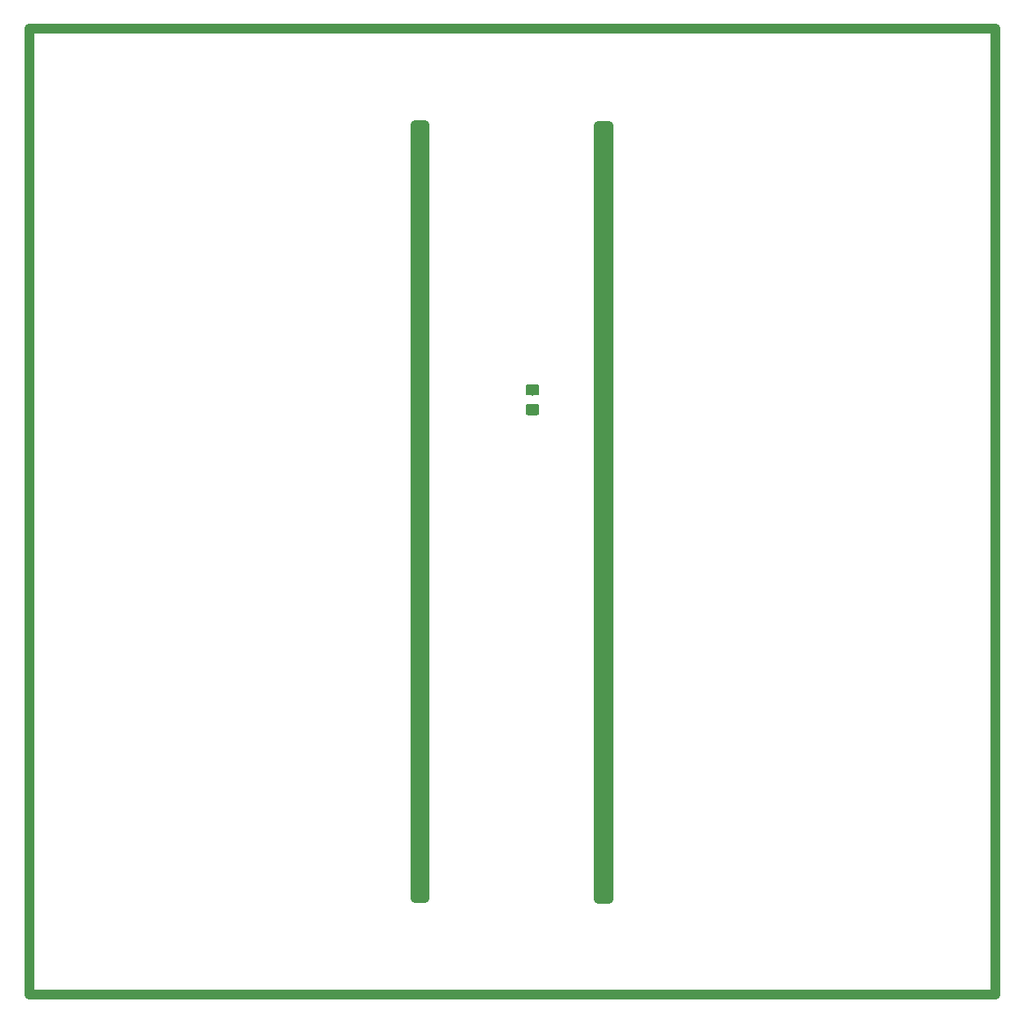
<source format=gbr>
%TF.GenerationSoftware,KiCad,Pcbnew,(5.0.2)-1*%
%TF.CreationDate,2019-02-28T19:15:16+01:00*%
%TF.ProjectId,Kicad-EffectsUnit1,4b696361-642d-4456-9666-65637473556e,Rev A*%
%TF.SameCoordinates,Original*%
%TF.FileFunction,Paste,Top*%
%TF.FilePolarity,Positive*%
%FSLAX46Y46*%
G04 Gerber Fmt 4.6, Leading zero omitted, Abs format (unit mm)*
G04 Created by KiCad (PCBNEW (5.0.2)-1) date 28/02/2019 19:15:16*
%MOMM*%
%LPD*%
G01*
G04 APERTURE LIST*
%ADD10C,1.000000*%
%ADD11C,0.150000*%
%ADD12C,1.150000*%
G04 APERTURE END LIST*
D10*
X159950000Y-60100000D02*
X159950000Y-140100000D01*
X158950000Y-140100000D02*
X158950000Y-60100000D01*
X158950000Y-60100000D02*
X159950000Y-60100000D01*
X158950000Y-140100000D02*
X159950000Y-140100000D01*
X139950000Y-140000000D02*
X140950000Y-140000000D01*
X139950000Y-60000000D02*
X140950000Y-60000000D01*
X139950000Y-140000000D02*
X139950000Y-60000000D01*
X140950000Y-60000000D02*
X140950000Y-140000000D01*
X200000000Y-50000000D02*
X100000000Y-50000000D01*
X200000000Y-150000000D02*
X200000000Y-50000000D01*
X100000000Y-150000000D02*
X200000000Y-150000000D01*
X100000000Y-50000000D02*
X100000000Y-150000000D01*
D11*
G36*
X152574505Y-86801204D02*
X152598773Y-86804804D01*
X152622572Y-86810765D01*
X152645671Y-86819030D01*
X152667850Y-86829520D01*
X152688893Y-86842132D01*
X152708599Y-86856747D01*
X152726777Y-86873223D01*
X152743253Y-86891401D01*
X152757868Y-86911107D01*
X152770480Y-86932150D01*
X152780970Y-86954329D01*
X152789235Y-86977428D01*
X152795196Y-87001227D01*
X152798796Y-87025495D01*
X152800000Y-87049999D01*
X152800000Y-87700001D01*
X152798796Y-87724505D01*
X152795196Y-87748773D01*
X152789235Y-87772572D01*
X152780970Y-87795671D01*
X152770480Y-87817850D01*
X152757868Y-87838893D01*
X152743253Y-87858599D01*
X152726777Y-87876777D01*
X152708599Y-87893253D01*
X152688893Y-87907868D01*
X152667850Y-87920480D01*
X152645671Y-87930970D01*
X152622572Y-87939235D01*
X152598773Y-87945196D01*
X152574505Y-87948796D01*
X152550001Y-87950000D01*
X151649999Y-87950000D01*
X151625495Y-87948796D01*
X151601227Y-87945196D01*
X151577428Y-87939235D01*
X151554329Y-87930970D01*
X151532150Y-87920480D01*
X151511107Y-87907868D01*
X151491401Y-87893253D01*
X151473223Y-87876777D01*
X151456747Y-87858599D01*
X151442132Y-87838893D01*
X151429520Y-87817850D01*
X151419030Y-87795671D01*
X151410765Y-87772572D01*
X151404804Y-87748773D01*
X151401204Y-87724505D01*
X151400000Y-87700001D01*
X151400000Y-87049999D01*
X151401204Y-87025495D01*
X151404804Y-87001227D01*
X151410765Y-86977428D01*
X151419030Y-86954329D01*
X151429520Y-86932150D01*
X151442132Y-86911107D01*
X151456747Y-86891401D01*
X151473223Y-86873223D01*
X151491401Y-86856747D01*
X151511107Y-86842132D01*
X151532150Y-86829520D01*
X151554329Y-86819030D01*
X151577428Y-86810765D01*
X151601227Y-86804804D01*
X151625495Y-86801204D01*
X151649999Y-86800000D01*
X152550001Y-86800000D01*
X152574505Y-86801204D01*
X152574505Y-86801204D01*
G37*
D12*
X152100000Y-87375000D03*
D11*
G36*
X152574505Y-88851204D02*
X152598773Y-88854804D01*
X152622572Y-88860765D01*
X152645671Y-88869030D01*
X152667850Y-88879520D01*
X152688893Y-88892132D01*
X152708599Y-88906747D01*
X152726777Y-88923223D01*
X152743253Y-88941401D01*
X152757868Y-88961107D01*
X152770480Y-88982150D01*
X152780970Y-89004329D01*
X152789235Y-89027428D01*
X152795196Y-89051227D01*
X152798796Y-89075495D01*
X152800000Y-89099999D01*
X152800000Y-89750001D01*
X152798796Y-89774505D01*
X152795196Y-89798773D01*
X152789235Y-89822572D01*
X152780970Y-89845671D01*
X152770480Y-89867850D01*
X152757868Y-89888893D01*
X152743253Y-89908599D01*
X152726777Y-89926777D01*
X152708599Y-89943253D01*
X152688893Y-89957868D01*
X152667850Y-89970480D01*
X152645671Y-89980970D01*
X152622572Y-89989235D01*
X152598773Y-89995196D01*
X152574505Y-89998796D01*
X152550001Y-90000000D01*
X151649999Y-90000000D01*
X151625495Y-89998796D01*
X151601227Y-89995196D01*
X151577428Y-89989235D01*
X151554329Y-89980970D01*
X151532150Y-89970480D01*
X151511107Y-89957868D01*
X151491401Y-89943253D01*
X151473223Y-89926777D01*
X151456747Y-89908599D01*
X151442132Y-89888893D01*
X151429520Y-89867850D01*
X151419030Y-89845671D01*
X151410765Y-89822572D01*
X151404804Y-89798773D01*
X151401204Y-89774505D01*
X151400000Y-89750001D01*
X151400000Y-89099999D01*
X151401204Y-89075495D01*
X151404804Y-89051227D01*
X151410765Y-89027428D01*
X151419030Y-89004329D01*
X151429520Y-88982150D01*
X151442132Y-88961107D01*
X151456747Y-88941401D01*
X151473223Y-88923223D01*
X151491401Y-88906747D01*
X151511107Y-88892132D01*
X151532150Y-88879520D01*
X151554329Y-88869030D01*
X151577428Y-88860765D01*
X151601227Y-88854804D01*
X151625495Y-88851204D01*
X151649999Y-88850000D01*
X152550001Y-88850000D01*
X152574505Y-88851204D01*
X152574505Y-88851204D01*
G37*
D12*
X152100000Y-89425000D03*
M02*

</source>
